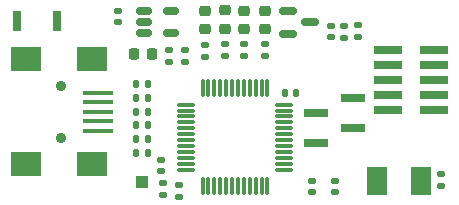
<source format=gbr>
%TF.GenerationSoftware,KiCad,Pcbnew,(6.0.7)*%
%TF.CreationDate,2022-09-05T13:16:07+02:00*%
%TF.ProjectId,blackmagic_mini,626c6163-6b6d-4616-9769-635f6d696e69,rev?*%
%TF.SameCoordinates,Original*%
%TF.FileFunction,Soldermask,Top*%
%TF.FilePolarity,Negative*%
%FSLAX46Y46*%
G04 Gerber Fmt 4.6, Leading zero omitted, Abs format (unit mm)*
G04 Created by KiCad (PCBNEW (6.0.7)) date 2022-09-05 13:16:07*
%MOMM*%
%LPD*%
G01*
G04 APERTURE LIST*
G04 Aperture macros list*
%AMRoundRect*
0 Rectangle with rounded corners*
0 $1 Rounding radius*
0 $2 $3 $4 $5 $6 $7 $8 $9 X,Y pos of 4 corners*
0 Add a 4 corners polygon primitive as box body*
4,1,4,$2,$3,$4,$5,$6,$7,$8,$9,$2,$3,0*
0 Add four circle primitives for the rounded corners*
1,1,$1+$1,$2,$3*
1,1,$1+$1,$4,$5*
1,1,$1+$1,$6,$7*
1,1,$1+$1,$8,$9*
0 Add four rect primitives between the rounded corners*
20,1,$1+$1,$2,$3,$4,$5,0*
20,1,$1+$1,$4,$5,$6,$7,0*
20,1,$1+$1,$6,$7,$8,$9,0*
20,1,$1+$1,$8,$9,$2,$3,0*%
G04 Aperture macros list end*
%ADD10R,2.100000X0.740000*%
%ADD11R,2.400000X0.750000*%
%ADD12RoundRect,0.218750X0.256250X-0.218750X0.256250X0.218750X-0.256250X0.218750X-0.256250X-0.218750X0*%
%ADD13R,1.700000X2.400000*%
%ADD14RoundRect,0.075000X0.662500X0.075000X-0.662500X0.075000X-0.662500X-0.075000X0.662500X-0.075000X0*%
%ADD15RoundRect,0.075000X0.075000X0.662500X-0.075000X0.662500X-0.075000X-0.662500X0.075000X-0.662500X0*%
%ADD16RoundRect,0.150000X-0.512500X-0.150000X0.512500X-0.150000X0.512500X0.150000X-0.512500X0.150000X0*%
%ADD17R,1.000000X1.000000*%
%ADD18R,0.800000X1.700000*%
%ADD19RoundRect,0.135000X-0.185000X0.135000X-0.185000X-0.135000X0.185000X-0.135000X0.185000X0.135000X0*%
%ADD20RoundRect,0.135000X0.185000X-0.135000X0.185000X0.135000X-0.185000X0.135000X-0.185000X-0.135000X0*%
%ADD21RoundRect,0.135000X0.135000X0.185000X-0.135000X0.185000X-0.135000X-0.185000X0.135000X-0.185000X0*%
%ADD22RoundRect,0.135000X-0.135000X-0.185000X0.135000X-0.185000X0.135000X0.185000X-0.135000X0.185000X0*%
%ADD23RoundRect,0.150000X-0.587500X-0.150000X0.587500X-0.150000X0.587500X0.150000X-0.587500X0.150000X0*%
%ADD24C,0.900000*%
%ADD25R,2.600000X0.450000*%
%ADD26R,2.500000X2.000000*%
%ADD27RoundRect,0.140000X0.170000X-0.140000X0.170000X0.140000X-0.170000X0.140000X-0.170000X-0.140000X0*%
%ADD28RoundRect,0.140000X-0.170000X0.140000X-0.170000X-0.140000X0.170000X-0.140000X0.170000X0.140000X0*%
%ADD29RoundRect,0.140000X0.140000X0.170000X-0.140000X0.170000X-0.140000X-0.170000X0.140000X-0.170000X0*%
%ADD30RoundRect,0.225000X0.225000X0.250000X-0.225000X0.250000X-0.225000X-0.250000X0.225000X-0.250000X0*%
G04 APERTURE END LIST*
D10*
%TO.C,J1*%
X47480000Y-32080000D03*
X50580000Y-30810000D03*
X47480000Y-29540000D03*
X50580000Y-28270000D03*
%TD*%
D11*
%TO.C,J3*%
X53550000Y-24135000D03*
X57450000Y-24135000D03*
X53550000Y-25405000D03*
X57450000Y-25405000D03*
X53550000Y-26675000D03*
X57450000Y-26675000D03*
X53550000Y-27945000D03*
X57450000Y-27945000D03*
X53550000Y-29215000D03*
X57450000Y-29215000D03*
%TD*%
D12*
%TO.C,D2*%
X39750000Y-22387500D03*
X39750000Y-20812500D03*
%TD*%
%TO.C,D1*%
X38050000Y-22412500D03*
X38050000Y-20837500D03*
%TD*%
%TO.C,D4*%
X43100000Y-22412500D03*
X43100000Y-20837500D03*
%TD*%
%TO.C,D3*%
X41400000Y-20837500D03*
X41400000Y-22412500D03*
%TD*%
D13*
%TO.C,X1*%
X52625000Y-35225000D03*
X56325000Y-35225000D03*
%TD*%
D14*
%TO.C,U2*%
X44762500Y-34300000D03*
X44762500Y-33800000D03*
X44762500Y-33300000D03*
X44762500Y-32800000D03*
X44762500Y-32300000D03*
X44762500Y-31800000D03*
X44762500Y-31300000D03*
X44762500Y-30800000D03*
X44762500Y-30300000D03*
X44762500Y-29800000D03*
X44762500Y-29300000D03*
X44762500Y-28800000D03*
D15*
X43350000Y-27387500D03*
X42850000Y-27387500D03*
X42350000Y-27387500D03*
X41850000Y-27387500D03*
X41350000Y-27387500D03*
X40850000Y-27387500D03*
X40350000Y-27387500D03*
X39850000Y-27387500D03*
X39350000Y-27387500D03*
X38850000Y-27387500D03*
X38350000Y-27387500D03*
X37850000Y-27387500D03*
D14*
X36437500Y-28800000D03*
X36437500Y-29300000D03*
X36437500Y-29800000D03*
X36437500Y-30300000D03*
X36437500Y-30800000D03*
X36437500Y-31300000D03*
X36437500Y-31800000D03*
X36437500Y-32300000D03*
X36437500Y-32800000D03*
X36437500Y-33300000D03*
X36437500Y-33800000D03*
X36437500Y-34300000D03*
D15*
X37850000Y-35712500D03*
X38350000Y-35712500D03*
X38850000Y-35712500D03*
X39350000Y-35712500D03*
X39850000Y-35712500D03*
X40350000Y-35712500D03*
X40850000Y-35712500D03*
X41350000Y-35712500D03*
X41850000Y-35712500D03*
X42350000Y-35712500D03*
X42850000Y-35712500D03*
X43350000Y-35712500D03*
%TD*%
D16*
%TO.C,U1*%
X32912500Y-20850000D03*
X32912500Y-21800000D03*
X32912500Y-22750000D03*
X35187500Y-22750000D03*
X35187500Y-20850000D03*
%TD*%
D17*
%TO.C,TP1*%
X32700000Y-35375000D03*
%TD*%
D18*
%TO.C,S1*%
X22125000Y-21700000D03*
X25525000Y-21700000D03*
%TD*%
D19*
%TO.C,R15*%
X35000000Y-24165000D03*
X35000000Y-25185000D03*
%TD*%
D20*
%TO.C,R14*%
X35825000Y-36610000D03*
X35825000Y-35590000D03*
%TD*%
%TO.C,R13*%
X34500000Y-36410000D03*
X34500000Y-35390000D03*
%TD*%
D21*
%TO.C,R12*%
X33235000Y-28250000D03*
X32215000Y-28250000D03*
%TD*%
D22*
%TO.C,R11*%
X32190000Y-29425000D03*
X33210000Y-29425000D03*
%TD*%
D21*
%TO.C,R10*%
X33210000Y-27050000D03*
X32190000Y-27050000D03*
%TD*%
D20*
%TO.C,R9*%
X49825000Y-23135000D03*
X49825000Y-22115000D03*
%TD*%
D19*
%TO.C,R8*%
X50975000Y-22090000D03*
X50975000Y-23110000D03*
%TD*%
D20*
%TO.C,R7*%
X43100000Y-24710000D03*
X43100000Y-23690000D03*
%TD*%
%TO.C,R6*%
X41400000Y-24710000D03*
X41400000Y-23690000D03*
%TD*%
%TO.C,R5*%
X39750000Y-24710000D03*
X39750000Y-23690000D03*
%TD*%
%TO.C,R4*%
X38050000Y-24735000D03*
X38050000Y-23715000D03*
%TD*%
D21*
%TO.C,R3*%
X32190000Y-32875000D03*
X33210000Y-32875000D03*
%TD*%
%TO.C,R2*%
X33210000Y-31725000D03*
X32190000Y-31725000D03*
%TD*%
%TO.C,R1*%
X33210000Y-30550000D03*
X32190000Y-30550000D03*
%TD*%
D23*
%TO.C,Q1*%
X45062500Y-20875000D03*
X45062500Y-22775000D03*
X46937500Y-21825000D03*
%TD*%
D24*
%TO.C,J2*%
X25875000Y-31600000D03*
X25875000Y-27200000D03*
D25*
X28975000Y-27800000D03*
X28975000Y-28600000D03*
X28975000Y-29400000D03*
X28975000Y-30200000D03*
X28975000Y-31000000D03*
D26*
X28467000Y-24955000D03*
X22879000Y-24955000D03*
X28467000Y-33845000D03*
X22879000Y-33845000D03*
%TD*%
D27*
%TO.C,C9*%
X48700000Y-23080000D03*
X48700000Y-22120000D03*
%TD*%
D28*
%TO.C,C8*%
X58075000Y-34695000D03*
X58075000Y-35655000D03*
%TD*%
%TO.C,C7*%
X49025000Y-35220000D03*
X49025000Y-36180000D03*
%TD*%
%TO.C,C6*%
X47100000Y-35220000D03*
X47100000Y-36180000D03*
%TD*%
D27*
%TO.C,C5*%
X34350000Y-34430000D03*
X34350000Y-33470000D03*
%TD*%
D29*
%TO.C,C4*%
X45805000Y-27800000D03*
X44845000Y-27800000D03*
%TD*%
D27*
%TO.C,C3*%
X36375000Y-25150000D03*
X36375000Y-24190000D03*
%TD*%
D30*
%TO.C,C2*%
X33600000Y-24525000D03*
X32050000Y-24525000D03*
%TD*%
D28*
%TO.C,C1*%
X30700000Y-20845000D03*
X30700000Y-21805000D03*
%TD*%
M02*

</source>
